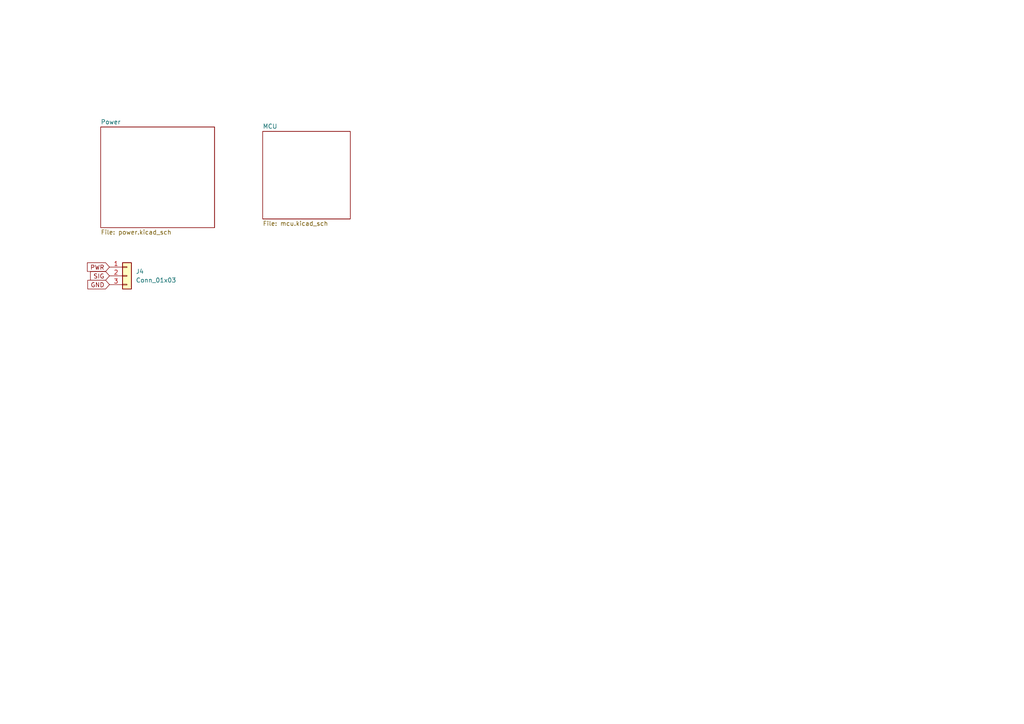
<source format=kicad_sch>
(kicad_sch (version 20231120) (generator "eeschema") (generator_version "8.0")
  (paper "A4")
  (lib_symbols
    (symbol "Connector_Generic:Conn_01x03" (pin_names (offset 1.016) hide)
      (property "Reference" "J" (at 0 5.08 0))
      (property "Value" "Conn_01x03" (at 0 -5.08 0))
      (symbol "Conn_01x03_1_1"
        (rectangle (start -1.27 -2.413) (end 0 -2.667) (stroke (width 0.1524)))
        (rectangle (start -1.27 0.127) (end 0 -0.127) (stroke (width 0.1524)))
        (rectangle (start -1.27 2.667) (end 0 2.413) (stroke (width 0.1524)))
        (rectangle (start -1.27 3.81) (end 1.27 -3.81) (stroke (width 0.254)) (fill (type background)))
        (pin passive line (at -5.08 2.54 0) (length 3.81) (name "Pin_1") (number "1"))
        (pin passive line (at -5.08 0 0) (length 3.81) (name "Pin_2") (number "2"))
        (pin passive line (at -5.08 -2.54 0) (length 3.81) (name "Pin_3") (number "3"))
      )
    )
  )
  (global_label "GND" (shape input) (at 31.75 82.55 180) (property "Intersheetrefs" "${INTERSHEET_REFS}" (effects (hide yes))))
  (global_label "PWR" (shape input) (at 31.75 77.47 180) (property "Intersheetrefs" "${INTERSHEET_REFS}" (effects (hide yes))))
  (global_label "SIG" (shape input) (at 31.75 80.01 180) (property "Intersheetrefs" "${INTERSHEET_REFS}" (effects (hide yes))))
  (symbol (lib_id "Connector_Generic:Conn_01x03") (at 36.83 80.01 0) (unit 1)
    (property "Reference" "J4" (at 39.37 78.7399 0) (effects (justify left)))
    (property "Value" "Conn_01x03" (at 39.37 81.2799 0) (effects (justify left)))
    (property "Footprint" "Connector_PinHeader_2.54mm:PinHeader_1x03_P2.54mm_Horizontal" (effects (hide yes)))
    (property "Description" "Generic connector, single row, 01x03, script generated (kicad-library-utils/schlib/autogen/connector/)" (effects (hide yes)))
  )
  (sheet (at 76.2 38.1) (size 25.4 25.4) (stroke (width 0.1524))
    (property "Sheetname" "MCU" (at 76.2 37.3884 0) (effects (justify left bottom)))
    (property "Sheetfile" "mcu.kicad_sch" (at 76.2 64.0846 0) (effects (justify left top)))
  )
  (sheet (at 29.21 36.83) (size 33.02 29.21) (stroke (width 0.1524))
    (property "Sheetname" "Power" (at 29.21 36.1184 0) (effects (justify left bottom)))
    (property "Sheetfile" "power.kicad_sch" (at 29.21 66.6246 0) (effects (justify left top)))
  )
)
</source>
